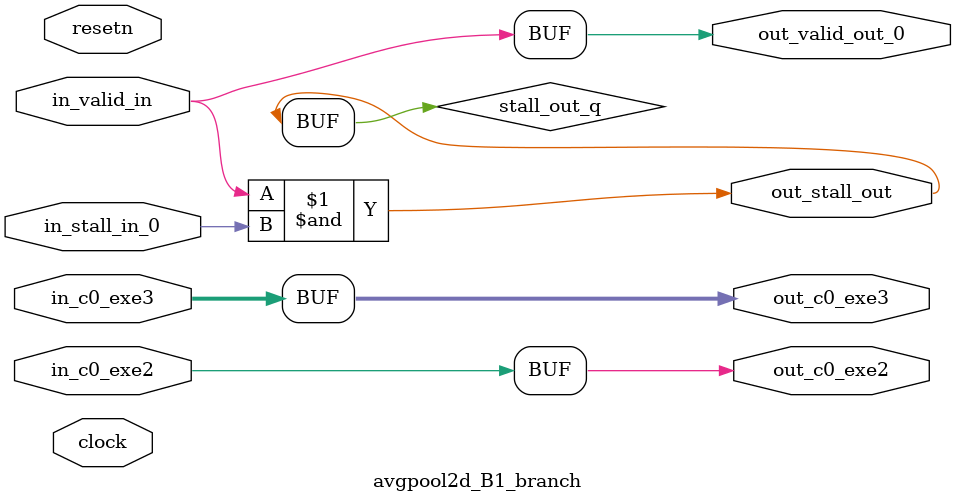
<source format=sv>



(* altera_attribute = "-name AUTO_SHIFT_REGISTER_RECOGNITION OFF; -name MESSAGE_DISABLE 10036; -name MESSAGE_DISABLE 10037; -name MESSAGE_DISABLE 14130; -name MESSAGE_DISABLE 14320; -name MESSAGE_DISABLE 15400; -name MESSAGE_DISABLE 14130; -name MESSAGE_DISABLE 10036; -name MESSAGE_DISABLE 12020; -name MESSAGE_DISABLE 12030; -name MESSAGE_DISABLE 12010; -name MESSAGE_DISABLE 12110; -name MESSAGE_DISABLE 14320; -name MESSAGE_DISABLE 13410; -name MESSAGE_DISABLE 113007; -name MESSAGE_DISABLE 10958" *)
module avgpool2d_B1_branch (
    input wire [0:0] in_c0_exe2,
    input wire [31:0] in_c0_exe3,
    input wire [0:0] in_stall_in_0,
    input wire [0:0] in_valid_in,
    output wire [0:0] out_c0_exe2,
    output wire [31:0] out_c0_exe3,
    output wire [0:0] out_stall_out,
    output wire [0:0] out_valid_out_0,
    input wire clock,
    input wire resetn
    );

    wire [0:0] stall_out_q;


    // out_c0_exe2(GPOUT,6)
    assign out_c0_exe2 = in_c0_exe2;

    // out_c0_exe3(GPOUT,7)
    assign out_c0_exe3 = in_c0_exe3;

    // stall_out(LOGICAL,10)
    assign stall_out_q = in_valid_in & in_stall_in_0;

    // out_stall_out(GPOUT,8)
    assign out_stall_out = stall_out_q;

    // out_valid_out_0(GPOUT,9)
    assign out_valid_out_0 = in_valid_in;

endmodule

</source>
